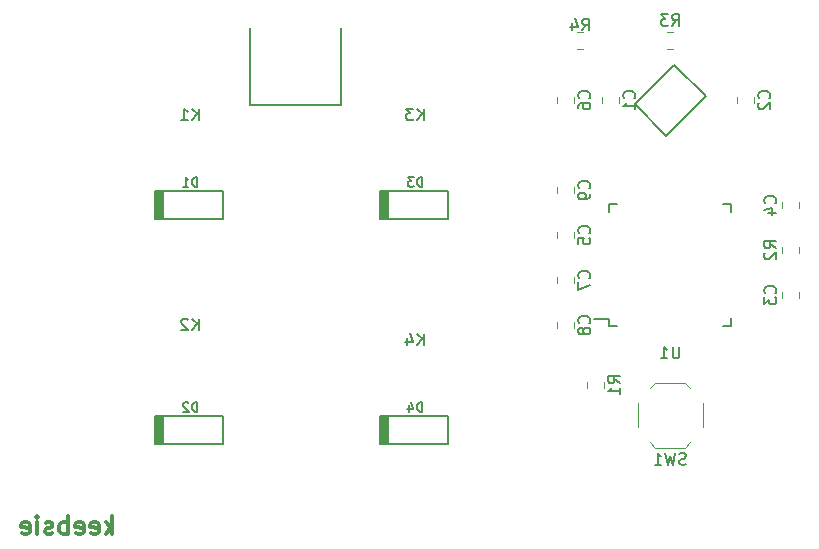
<source format=gbo>
%TF.GenerationSoftware,KiCad,Pcbnew,(5.1.6)-1*%
%TF.CreationDate,2020-08-17T19:43:53-04:00*%
%TF.ProjectId,keeb_v1,6b656562-5f76-4312-9e6b-696361645f70,rev?*%
%TF.SameCoordinates,Original*%
%TF.FileFunction,Legend,Bot*%
%TF.FilePolarity,Positive*%
%FSLAX46Y46*%
G04 Gerber Fmt 4.6, Leading zero omitted, Abs format (unit mm)*
G04 Created by KiCad (PCBNEW (5.1.6)-1) date 2020-08-17 19:43:53*
%MOMM*%
%LPD*%
G01*
G04 APERTURE LIST*
%ADD10C,0.300000*%
%ADD11C,0.150000*%
%ADD12C,0.120000*%
%ADD13C,0.200000*%
G04 APERTURE END LIST*
D10*
X79767428Y-137076571D02*
X79767428Y-135576571D01*
X79624571Y-136505142D02*
X79196000Y-137076571D01*
X79196000Y-136076571D02*
X79767428Y-136648000D01*
X77981714Y-137005142D02*
X78124571Y-137076571D01*
X78410285Y-137076571D01*
X78553142Y-137005142D01*
X78624571Y-136862285D01*
X78624571Y-136290857D01*
X78553142Y-136148000D01*
X78410285Y-136076571D01*
X78124571Y-136076571D01*
X77981714Y-136148000D01*
X77910285Y-136290857D01*
X77910285Y-136433714D01*
X78624571Y-136576571D01*
X76696000Y-137005142D02*
X76838857Y-137076571D01*
X77124571Y-137076571D01*
X77267428Y-137005142D01*
X77338857Y-136862285D01*
X77338857Y-136290857D01*
X77267428Y-136148000D01*
X77124571Y-136076571D01*
X76838857Y-136076571D01*
X76696000Y-136148000D01*
X76624571Y-136290857D01*
X76624571Y-136433714D01*
X77338857Y-136576571D01*
X75981714Y-137076571D02*
X75981714Y-135576571D01*
X75981714Y-136148000D02*
X75838857Y-136076571D01*
X75553142Y-136076571D01*
X75410285Y-136148000D01*
X75338857Y-136219428D01*
X75267428Y-136362285D01*
X75267428Y-136790857D01*
X75338857Y-136933714D01*
X75410285Y-137005142D01*
X75553142Y-137076571D01*
X75838857Y-137076571D01*
X75981714Y-137005142D01*
X74696000Y-137005142D02*
X74553142Y-137076571D01*
X74267428Y-137076571D01*
X74124571Y-137005142D01*
X74053142Y-136862285D01*
X74053142Y-136790857D01*
X74124571Y-136648000D01*
X74267428Y-136576571D01*
X74481714Y-136576571D01*
X74624571Y-136505142D01*
X74696000Y-136362285D01*
X74696000Y-136290857D01*
X74624571Y-136148000D01*
X74481714Y-136076571D01*
X74267428Y-136076571D01*
X74124571Y-136148000D01*
X73410285Y-137076571D02*
X73410285Y-136076571D01*
X73410285Y-135576571D02*
X73481714Y-135648000D01*
X73410285Y-135719428D01*
X73338857Y-135648000D01*
X73410285Y-135576571D01*
X73410285Y-135719428D01*
X72124571Y-137005142D02*
X72267428Y-137076571D01*
X72553142Y-137076571D01*
X72696000Y-137005142D01*
X72767428Y-136862285D01*
X72767428Y-136290857D01*
X72696000Y-136148000D01*
X72553142Y-136076571D01*
X72267428Y-136076571D01*
X72124571Y-136148000D01*
X72053142Y-136290857D01*
X72053142Y-136433714D01*
X72767428Y-136576571D01*
D11*
%TO.C,U1*%
X121825000Y-119475000D02*
X121825000Y-118900000D01*
X132175000Y-119475000D02*
X132175000Y-118800000D01*
X132175000Y-109125000D02*
X132175000Y-109800000D01*
X121825000Y-109125000D02*
X121825000Y-109800000D01*
X121825000Y-119475000D02*
X122500000Y-119475000D01*
X121825000Y-109125000D02*
X122500000Y-109125000D01*
X132175000Y-109125000D02*
X131500000Y-109125000D01*
X132175000Y-119475000D02*
X131500000Y-119475000D01*
X121825000Y-118900000D02*
X120550000Y-118900000D01*
D12*
%TO.C,C1*%
X122630000Y-100591252D02*
X122630000Y-100068748D01*
X121210000Y-100591252D02*
X121210000Y-100068748D01*
%TO.C,C2*%
X132640000Y-100591252D02*
X132640000Y-100068748D01*
X134060000Y-100591252D02*
X134060000Y-100068748D01*
%TO.C,C3*%
X137870000Y-116578748D02*
X137870000Y-117101252D01*
X136450000Y-116578748D02*
X136450000Y-117101252D01*
%TO.C,C4*%
X136450000Y-108958748D02*
X136450000Y-109481252D01*
X137870000Y-108958748D02*
X137870000Y-109481252D01*
%TO.C,C5*%
X117400000Y-112021252D02*
X117400000Y-111498748D01*
X118820000Y-112021252D02*
X118820000Y-111498748D01*
%TO.C,C6*%
X118820000Y-100591252D02*
X118820000Y-100068748D01*
X117400000Y-100591252D02*
X117400000Y-100068748D01*
%TO.C,C7*%
X117400000Y-115831252D02*
X117400000Y-115308748D01*
X118820000Y-115831252D02*
X118820000Y-115308748D01*
%TO.C,C8*%
X118820000Y-119641252D02*
X118820000Y-119118748D01*
X117400000Y-119641252D02*
X117400000Y-119118748D01*
%TO.C,C9*%
X118820000Y-108211252D02*
X118820000Y-107688748D01*
X117400000Y-108211252D02*
X117400000Y-107688748D01*
D13*
%TO.C,D1*%
X89160000Y-108020000D02*
X83360000Y-108020000D01*
X89160000Y-110420000D02*
X89160000Y-108020000D01*
X83360000Y-110420000D02*
X89160000Y-110420000D01*
X83435000Y-110420000D02*
X83435000Y-108020000D01*
X83560000Y-110420000D02*
X83560000Y-108020000D01*
X83335000Y-108020000D02*
X83335000Y-110420000D01*
X83735000Y-110420000D02*
X83735000Y-108020000D01*
X83910000Y-110420000D02*
X83910000Y-108020000D01*
X84085000Y-110420000D02*
X84085000Y-108020000D01*
%TO.C,D2*%
X84085000Y-129470000D02*
X84085000Y-127070000D01*
X83910000Y-129470000D02*
X83910000Y-127070000D01*
X83735000Y-129470000D02*
X83735000Y-127070000D01*
X83335000Y-127070000D02*
X83335000Y-129470000D01*
X83560000Y-129470000D02*
X83560000Y-127070000D01*
X83435000Y-129470000D02*
X83435000Y-127070000D01*
X83360000Y-129470000D02*
X89160000Y-129470000D01*
X89160000Y-129470000D02*
X89160000Y-127070000D01*
X89160000Y-127070000D02*
X83360000Y-127070000D01*
%TO.C,D3*%
X103135000Y-110420000D02*
X103135000Y-108020000D01*
X102960000Y-110420000D02*
X102960000Y-108020000D01*
X102785000Y-110420000D02*
X102785000Y-108020000D01*
X102385000Y-108020000D02*
X102385000Y-110420000D01*
X102610000Y-110420000D02*
X102610000Y-108020000D01*
X102485000Y-110420000D02*
X102485000Y-108020000D01*
X102410000Y-110420000D02*
X108210000Y-110420000D01*
X108210000Y-110420000D02*
X108210000Y-108020000D01*
X108210000Y-108020000D02*
X102410000Y-108020000D01*
%TO.C,D4*%
X108210000Y-127070000D02*
X102410000Y-127070000D01*
X108210000Y-129470000D02*
X108210000Y-127070000D01*
X102410000Y-129470000D02*
X108210000Y-129470000D01*
X102485000Y-129470000D02*
X102485000Y-127070000D01*
X102610000Y-129470000D02*
X102610000Y-127070000D01*
X102385000Y-127070000D02*
X102385000Y-129470000D01*
X102785000Y-129470000D02*
X102785000Y-127070000D01*
X102960000Y-129470000D02*
X102960000Y-127070000D01*
X103135000Y-129470000D02*
X103135000Y-127070000D01*
%TO.C,J1*%
X99100000Y-100730000D02*
X99100000Y-94230000D01*
X91400000Y-100730000D02*
X91400000Y-94230000D01*
X91400000Y-100730000D02*
X99100000Y-100730000D01*
D12*
%TO.C,R1*%
X121360000Y-124721252D02*
X121360000Y-124198748D01*
X119940000Y-124721252D02*
X119940000Y-124198748D01*
%TO.C,R2*%
X137870000Y-112768748D02*
X137870000Y-113291252D01*
X136450000Y-112768748D02*
X136450000Y-113291252D01*
%TO.C,R3*%
X127261252Y-94540000D02*
X126738748Y-94540000D01*
X127261252Y-95960000D02*
X126738748Y-95960000D01*
%TO.C,R4*%
X119641252Y-95960000D02*
X119118748Y-95960000D01*
X119641252Y-94540000D02*
X119118748Y-94540000D01*
%TO.C,SW1*%
X125300000Y-124700000D02*
X125750000Y-124250000D01*
X128700000Y-124700000D02*
X128250000Y-124250000D01*
X128700000Y-129300000D02*
X128250000Y-129750000D01*
X125300000Y-129300000D02*
X125750000Y-129750000D01*
X129750000Y-128000000D02*
X129750000Y-126000000D01*
X125750000Y-124250000D02*
X128250000Y-124250000D01*
X124250000Y-128000000D02*
X124250000Y-126000000D01*
X125750000Y-129750000D02*
X128250000Y-129750000D01*
D13*
%TO.C,X1*%
X123994796Y-100683553D02*
X126646447Y-103335204D01*
X126646447Y-103335204D02*
X130005204Y-99976447D01*
X130005204Y-99976447D02*
X127353553Y-97324796D01*
X127353553Y-97324796D02*
X123994796Y-100683553D01*
%TO.C,K3*%
X106148095Y-102052380D02*
X106148095Y-101052380D01*
X105576666Y-102052380D02*
X106005238Y-101480952D01*
X105576666Y-101052380D02*
X106148095Y-101623809D01*
X105243333Y-101052380D02*
X104624285Y-101052380D01*
X104957619Y-101433333D01*
X104814761Y-101433333D01*
X104719523Y-101480952D01*
X104671904Y-101528571D01*
X104624285Y-101623809D01*
X104624285Y-101861904D01*
X104671904Y-101957142D01*
X104719523Y-102004761D01*
X104814761Y-102052380D01*
X105100476Y-102052380D01*
X105195714Y-102004761D01*
X105243333Y-101957142D01*
%TO.C,U1*%
D11*
X127761904Y-121202380D02*
X127761904Y-122011904D01*
X127714285Y-122107142D01*
X127666666Y-122154761D01*
X127571428Y-122202380D01*
X127380952Y-122202380D01*
X127285714Y-122154761D01*
X127238095Y-122107142D01*
X127190476Y-122011904D01*
X127190476Y-121202380D01*
X126190476Y-122202380D02*
X126761904Y-122202380D01*
X126476190Y-122202380D02*
X126476190Y-121202380D01*
X126571428Y-121345238D01*
X126666666Y-121440476D01*
X126761904Y-121488095D01*
%TO.C,C1*%
X123927142Y-100163333D02*
X123974761Y-100115714D01*
X124022380Y-99972857D01*
X124022380Y-99877619D01*
X123974761Y-99734761D01*
X123879523Y-99639523D01*
X123784285Y-99591904D01*
X123593809Y-99544285D01*
X123450952Y-99544285D01*
X123260476Y-99591904D01*
X123165238Y-99639523D01*
X123070000Y-99734761D01*
X123022380Y-99877619D01*
X123022380Y-99972857D01*
X123070000Y-100115714D01*
X123117619Y-100163333D01*
X124022380Y-101115714D02*
X124022380Y-100544285D01*
X124022380Y-100830000D02*
X123022380Y-100830000D01*
X123165238Y-100734761D01*
X123260476Y-100639523D01*
X123308095Y-100544285D01*
%TO.C,C2*%
X135357142Y-100163333D02*
X135404761Y-100115714D01*
X135452380Y-99972857D01*
X135452380Y-99877619D01*
X135404761Y-99734761D01*
X135309523Y-99639523D01*
X135214285Y-99591904D01*
X135023809Y-99544285D01*
X134880952Y-99544285D01*
X134690476Y-99591904D01*
X134595238Y-99639523D01*
X134500000Y-99734761D01*
X134452380Y-99877619D01*
X134452380Y-99972857D01*
X134500000Y-100115714D01*
X134547619Y-100163333D01*
X134547619Y-100544285D02*
X134500000Y-100591904D01*
X134452380Y-100687142D01*
X134452380Y-100925238D01*
X134500000Y-101020476D01*
X134547619Y-101068095D01*
X134642857Y-101115714D01*
X134738095Y-101115714D01*
X134880952Y-101068095D01*
X135452380Y-100496666D01*
X135452380Y-101115714D01*
%TO.C,C3*%
X135867142Y-116673333D02*
X135914761Y-116625714D01*
X135962380Y-116482857D01*
X135962380Y-116387619D01*
X135914761Y-116244761D01*
X135819523Y-116149523D01*
X135724285Y-116101904D01*
X135533809Y-116054285D01*
X135390952Y-116054285D01*
X135200476Y-116101904D01*
X135105238Y-116149523D01*
X135010000Y-116244761D01*
X134962380Y-116387619D01*
X134962380Y-116482857D01*
X135010000Y-116625714D01*
X135057619Y-116673333D01*
X134962380Y-117006666D02*
X134962380Y-117625714D01*
X135343333Y-117292380D01*
X135343333Y-117435238D01*
X135390952Y-117530476D01*
X135438571Y-117578095D01*
X135533809Y-117625714D01*
X135771904Y-117625714D01*
X135867142Y-117578095D01*
X135914761Y-117530476D01*
X135962380Y-117435238D01*
X135962380Y-117149523D01*
X135914761Y-117054285D01*
X135867142Y-117006666D01*
%TO.C,C4*%
X135867142Y-109053333D02*
X135914761Y-109005714D01*
X135962380Y-108862857D01*
X135962380Y-108767619D01*
X135914761Y-108624761D01*
X135819523Y-108529523D01*
X135724285Y-108481904D01*
X135533809Y-108434285D01*
X135390952Y-108434285D01*
X135200476Y-108481904D01*
X135105238Y-108529523D01*
X135010000Y-108624761D01*
X134962380Y-108767619D01*
X134962380Y-108862857D01*
X135010000Y-109005714D01*
X135057619Y-109053333D01*
X135295714Y-109910476D02*
X135962380Y-109910476D01*
X134914761Y-109672380D02*
X135629047Y-109434285D01*
X135629047Y-110053333D01*
%TO.C,C5*%
X120117142Y-111593333D02*
X120164761Y-111545714D01*
X120212380Y-111402857D01*
X120212380Y-111307619D01*
X120164761Y-111164761D01*
X120069523Y-111069523D01*
X119974285Y-111021904D01*
X119783809Y-110974285D01*
X119640952Y-110974285D01*
X119450476Y-111021904D01*
X119355238Y-111069523D01*
X119260000Y-111164761D01*
X119212380Y-111307619D01*
X119212380Y-111402857D01*
X119260000Y-111545714D01*
X119307619Y-111593333D01*
X119212380Y-112498095D02*
X119212380Y-112021904D01*
X119688571Y-111974285D01*
X119640952Y-112021904D01*
X119593333Y-112117142D01*
X119593333Y-112355238D01*
X119640952Y-112450476D01*
X119688571Y-112498095D01*
X119783809Y-112545714D01*
X120021904Y-112545714D01*
X120117142Y-112498095D01*
X120164761Y-112450476D01*
X120212380Y-112355238D01*
X120212380Y-112117142D01*
X120164761Y-112021904D01*
X120117142Y-111974285D01*
%TO.C,C6*%
X120117142Y-100163333D02*
X120164761Y-100115714D01*
X120212380Y-99972857D01*
X120212380Y-99877619D01*
X120164761Y-99734761D01*
X120069523Y-99639523D01*
X119974285Y-99591904D01*
X119783809Y-99544285D01*
X119640952Y-99544285D01*
X119450476Y-99591904D01*
X119355238Y-99639523D01*
X119260000Y-99734761D01*
X119212380Y-99877619D01*
X119212380Y-99972857D01*
X119260000Y-100115714D01*
X119307619Y-100163333D01*
X119212380Y-101020476D02*
X119212380Y-100830000D01*
X119260000Y-100734761D01*
X119307619Y-100687142D01*
X119450476Y-100591904D01*
X119640952Y-100544285D01*
X120021904Y-100544285D01*
X120117142Y-100591904D01*
X120164761Y-100639523D01*
X120212380Y-100734761D01*
X120212380Y-100925238D01*
X120164761Y-101020476D01*
X120117142Y-101068095D01*
X120021904Y-101115714D01*
X119783809Y-101115714D01*
X119688571Y-101068095D01*
X119640952Y-101020476D01*
X119593333Y-100925238D01*
X119593333Y-100734761D01*
X119640952Y-100639523D01*
X119688571Y-100591904D01*
X119783809Y-100544285D01*
%TO.C,C7*%
X120117142Y-115403333D02*
X120164761Y-115355714D01*
X120212380Y-115212857D01*
X120212380Y-115117619D01*
X120164761Y-114974761D01*
X120069523Y-114879523D01*
X119974285Y-114831904D01*
X119783809Y-114784285D01*
X119640952Y-114784285D01*
X119450476Y-114831904D01*
X119355238Y-114879523D01*
X119260000Y-114974761D01*
X119212380Y-115117619D01*
X119212380Y-115212857D01*
X119260000Y-115355714D01*
X119307619Y-115403333D01*
X119212380Y-115736666D02*
X119212380Y-116403333D01*
X120212380Y-115974761D01*
%TO.C,C8*%
X120117142Y-119213333D02*
X120164761Y-119165714D01*
X120212380Y-119022857D01*
X120212380Y-118927619D01*
X120164761Y-118784761D01*
X120069523Y-118689523D01*
X119974285Y-118641904D01*
X119783809Y-118594285D01*
X119640952Y-118594285D01*
X119450476Y-118641904D01*
X119355238Y-118689523D01*
X119260000Y-118784761D01*
X119212380Y-118927619D01*
X119212380Y-119022857D01*
X119260000Y-119165714D01*
X119307619Y-119213333D01*
X119640952Y-119784761D02*
X119593333Y-119689523D01*
X119545714Y-119641904D01*
X119450476Y-119594285D01*
X119402857Y-119594285D01*
X119307619Y-119641904D01*
X119260000Y-119689523D01*
X119212380Y-119784761D01*
X119212380Y-119975238D01*
X119260000Y-120070476D01*
X119307619Y-120118095D01*
X119402857Y-120165714D01*
X119450476Y-120165714D01*
X119545714Y-120118095D01*
X119593333Y-120070476D01*
X119640952Y-119975238D01*
X119640952Y-119784761D01*
X119688571Y-119689523D01*
X119736190Y-119641904D01*
X119831428Y-119594285D01*
X120021904Y-119594285D01*
X120117142Y-119641904D01*
X120164761Y-119689523D01*
X120212380Y-119784761D01*
X120212380Y-119975238D01*
X120164761Y-120070476D01*
X120117142Y-120118095D01*
X120021904Y-120165714D01*
X119831428Y-120165714D01*
X119736190Y-120118095D01*
X119688571Y-120070476D01*
X119640952Y-119975238D01*
%TO.C,C9*%
X120117142Y-107783333D02*
X120164761Y-107735714D01*
X120212380Y-107592857D01*
X120212380Y-107497619D01*
X120164761Y-107354761D01*
X120069523Y-107259523D01*
X119974285Y-107211904D01*
X119783809Y-107164285D01*
X119640952Y-107164285D01*
X119450476Y-107211904D01*
X119355238Y-107259523D01*
X119260000Y-107354761D01*
X119212380Y-107497619D01*
X119212380Y-107592857D01*
X119260000Y-107735714D01*
X119307619Y-107783333D01*
X120212380Y-108259523D02*
X120212380Y-108450000D01*
X120164761Y-108545238D01*
X120117142Y-108592857D01*
X119974285Y-108688095D01*
X119783809Y-108735714D01*
X119402857Y-108735714D01*
X119307619Y-108688095D01*
X119260000Y-108640476D01*
X119212380Y-108545238D01*
X119212380Y-108354761D01*
X119260000Y-108259523D01*
X119307619Y-108211904D01*
X119402857Y-108164285D01*
X119640952Y-108164285D01*
X119736190Y-108211904D01*
X119783809Y-108259523D01*
X119831428Y-108354761D01*
X119831428Y-108545238D01*
X119783809Y-108640476D01*
X119736190Y-108688095D01*
X119640952Y-108735714D01*
%TO.C,D1*%
X86950476Y-107656904D02*
X86950476Y-106856904D01*
X86760000Y-106856904D01*
X86645714Y-106895000D01*
X86569523Y-106971190D01*
X86531428Y-107047380D01*
X86493333Y-107199761D01*
X86493333Y-107314047D01*
X86531428Y-107466428D01*
X86569523Y-107542619D01*
X86645714Y-107618809D01*
X86760000Y-107656904D01*
X86950476Y-107656904D01*
X85731428Y-107656904D02*
X86188571Y-107656904D01*
X85960000Y-107656904D02*
X85960000Y-106856904D01*
X86036190Y-106971190D01*
X86112380Y-107047380D01*
X86188571Y-107085476D01*
%TO.C,D2*%
X86950476Y-126706904D02*
X86950476Y-125906904D01*
X86760000Y-125906904D01*
X86645714Y-125945000D01*
X86569523Y-126021190D01*
X86531428Y-126097380D01*
X86493333Y-126249761D01*
X86493333Y-126364047D01*
X86531428Y-126516428D01*
X86569523Y-126592619D01*
X86645714Y-126668809D01*
X86760000Y-126706904D01*
X86950476Y-126706904D01*
X86188571Y-125983095D02*
X86150476Y-125945000D01*
X86074285Y-125906904D01*
X85883809Y-125906904D01*
X85807619Y-125945000D01*
X85769523Y-125983095D01*
X85731428Y-126059285D01*
X85731428Y-126135476D01*
X85769523Y-126249761D01*
X86226666Y-126706904D01*
X85731428Y-126706904D01*
%TO.C,D3*%
X106000476Y-107656904D02*
X106000476Y-106856904D01*
X105810000Y-106856904D01*
X105695714Y-106895000D01*
X105619523Y-106971190D01*
X105581428Y-107047380D01*
X105543333Y-107199761D01*
X105543333Y-107314047D01*
X105581428Y-107466428D01*
X105619523Y-107542619D01*
X105695714Y-107618809D01*
X105810000Y-107656904D01*
X106000476Y-107656904D01*
X105276666Y-106856904D02*
X104781428Y-106856904D01*
X105048095Y-107161666D01*
X104933809Y-107161666D01*
X104857619Y-107199761D01*
X104819523Y-107237857D01*
X104781428Y-107314047D01*
X104781428Y-107504523D01*
X104819523Y-107580714D01*
X104857619Y-107618809D01*
X104933809Y-107656904D01*
X105162380Y-107656904D01*
X105238571Y-107618809D01*
X105276666Y-107580714D01*
%TO.C,D4*%
X106000476Y-126706904D02*
X106000476Y-125906904D01*
X105810000Y-125906904D01*
X105695714Y-125945000D01*
X105619523Y-126021190D01*
X105581428Y-126097380D01*
X105543333Y-126249761D01*
X105543333Y-126364047D01*
X105581428Y-126516428D01*
X105619523Y-126592619D01*
X105695714Y-126668809D01*
X105810000Y-126706904D01*
X106000476Y-126706904D01*
X104857619Y-126173571D02*
X104857619Y-126706904D01*
X105048095Y-125868809D02*
X105238571Y-126440238D01*
X104743333Y-126440238D01*
%TO.C,K1*%
D13*
X87098095Y-102052380D02*
X87098095Y-101052380D01*
X86526666Y-102052380D02*
X86955238Y-101480952D01*
X86526666Y-101052380D02*
X87098095Y-101623809D01*
X85574285Y-102052380D02*
X86145714Y-102052380D01*
X85860000Y-102052380D02*
X85860000Y-101052380D01*
X85955238Y-101195238D01*
X86050476Y-101290476D01*
X86145714Y-101338095D01*
%TO.C,K2*%
X87098095Y-119832380D02*
X87098095Y-118832380D01*
X86526666Y-119832380D02*
X86955238Y-119260952D01*
X86526666Y-118832380D02*
X87098095Y-119403809D01*
X86145714Y-118927619D02*
X86098095Y-118880000D01*
X86002857Y-118832380D01*
X85764761Y-118832380D01*
X85669523Y-118880000D01*
X85621904Y-118927619D01*
X85574285Y-119022857D01*
X85574285Y-119118095D01*
X85621904Y-119260952D01*
X86193333Y-119832380D01*
X85574285Y-119832380D01*
%TO.C,K4*%
X106148095Y-121102380D02*
X106148095Y-120102380D01*
X105576666Y-121102380D02*
X106005238Y-120530952D01*
X105576666Y-120102380D02*
X106148095Y-120673809D01*
X104719523Y-120435714D02*
X104719523Y-121102380D01*
X104957619Y-120054761D02*
X105195714Y-120769047D01*
X104576666Y-120769047D01*
%TO.C,R1*%
D11*
X122752380Y-124293333D02*
X122276190Y-123960000D01*
X122752380Y-123721904D02*
X121752380Y-123721904D01*
X121752380Y-124102857D01*
X121800000Y-124198095D01*
X121847619Y-124245714D01*
X121942857Y-124293333D01*
X122085714Y-124293333D01*
X122180952Y-124245714D01*
X122228571Y-124198095D01*
X122276190Y-124102857D01*
X122276190Y-123721904D01*
X122752380Y-125245714D02*
X122752380Y-124674285D01*
X122752380Y-124960000D02*
X121752380Y-124960000D01*
X121895238Y-124864761D01*
X121990476Y-124769523D01*
X122038095Y-124674285D01*
%TO.C,R2*%
X135962380Y-112863333D02*
X135486190Y-112530000D01*
X135962380Y-112291904D02*
X134962380Y-112291904D01*
X134962380Y-112672857D01*
X135010000Y-112768095D01*
X135057619Y-112815714D01*
X135152857Y-112863333D01*
X135295714Y-112863333D01*
X135390952Y-112815714D01*
X135438571Y-112768095D01*
X135486190Y-112672857D01*
X135486190Y-112291904D01*
X135057619Y-113244285D02*
X135010000Y-113291904D01*
X134962380Y-113387142D01*
X134962380Y-113625238D01*
X135010000Y-113720476D01*
X135057619Y-113768095D01*
X135152857Y-113815714D01*
X135248095Y-113815714D01*
X135390952Y-113768095D01*
X135962380Y-113196666D01*
X135962380Y-113815714D01*
%TO.C,R3*%
X127166666Y-94052380D02*
X127500000Y-93576190D01*
X127738095Y-94052380D02*
X127738095Y-93052380D01*
X127357142Y-93052380D01*
X127261904Y-93100000D01*
X127214285Y-93147619D01*
X127166666Y-93242857D01*
X127166666Y-93385714D01*
X127214285Y-93480952D01*
X127261904Y-93528571D01*
X127357142Y-93576190D01*
X127738095Y-93576190D01*
X126833333Y-93052380D02*
X126214285Y-93052380D01*
X126547619Y-93433333D01*
X126404761Y-93433333D01*
X126309523Y-93480952D01*
X126261904Y-93528571D01*
X126214285Y-93623809D01*
X126214285Y-93861904D01*
X126261904Y-93957142D01*
X126309523Y-94004761D01*
X126404761Y-94052380D01*
X126690476Y-94052380D01*
X126785714Y-94004761D01*
X126833333Y-93957142D01*
%TO.C,R4*%
X119546666Y-94432380D02*
X119880000Y-93956190D01*
X120118095Y-94432380D02*
X120118095Y-93432380D01*
X119737142Y-93432380D01*
X119641904Y-93480000D01*
X119594285Y-93527619D01*
X119546666Y-93622857D01*
X119546666Y-93765714D01*
X119594285Y-93860952D01*
X119641904Y-93908571D01*
X119737142Y-93956190D01*
X120118095Y-93956190D01*
X118689523Y-93765714D02*
X118689523Y-94432380D01*
X118927619Y-93384761D02*
X119165714Y-94099047D01*
X118546666Y-94099047D01*
%TO.C,SW1*%
X128333333Y-131154761D02*
X128190476Y-131202380D01*
X127952380Y-131202380D01*
X127857142Y-131154761D01*
X127809523Y-131107142D01*
X127761904Y-131011904D01*
X127761904Y-130916666D01*
X127809523Y-130821428D01*
X127857142Y-130773809D01*
X127952380Y-130726190D01*
X128142857Y-130678571D01*
X128238095Y-130630952D01*
X128285714Y-130583333D01*
X128333333Y-130488095D01*
X128333333Y-130392857D01*
X128285714Y-130297619D01*
X128238095Y-130250000D01*
X128142857Y-130202380D01*
X127904761Y-130202380D01*
X127761904Y-130250000D01*
X127428571Y-130202380D02*
X127190476Y-131202380D01*
X127000000Y-130488095D01*
X126809523Y-131202380D01*
X126571428Y-130202380D01*
X125666666Y-131202380D02*
X126238095Y-131202380D01*
X125952380Y-131202380D02*
X125952380Y-130202380D01*
X126047619Y-130345238D01*
X126142857Y-130440476D01*
X126238095Y-130488095D01*
%TD*%
M02*

</source>
